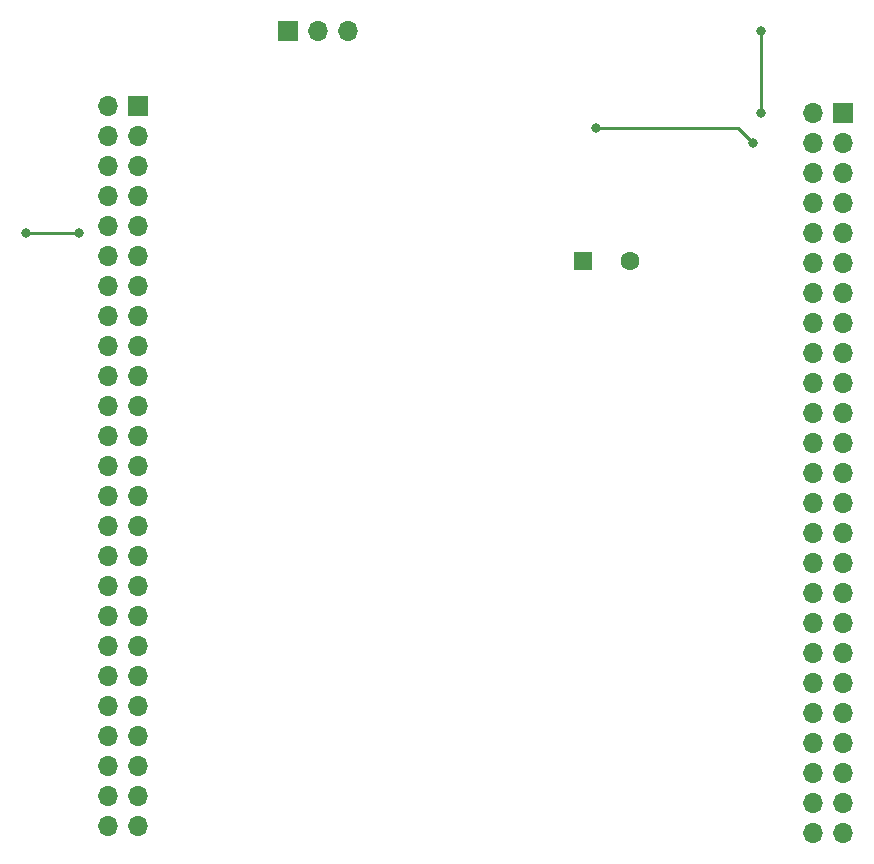
<source format=gbr>
%TF.GenerationSoftware,KiCad,Pcbnew,7.0.1*%
%TF.CreationDate,2023-05-31T13:14:41-06:00*%
%TF.ProjectId,Phase_D_STM_Shield,50686173-655f-4445-9f53-544d5f536869,rev?*%
%TF.SameCoordinates,Original*%
%TF.FileFunction,Copper,L2,Bot*%
%TF.FilePolarity,Positive*%
%FSLAX46Y46*%
G04 Gerber Fmt 4.6, Leading zero omitted, Abs format (unit mm)*
G04 Created by KiCad (PCBNEW 7.0.1) date 2023-05-31 13:14:41*
%MOMM*%
%LPD*%
G01*
G04 APERTURE LIST*
%TA.AperFunction,ComponentPad*%
%ADD10R,1.600000X1.600000*%
%TD*%
%TA.AperFunction,ComponentPad*%
%ADD11C,1.600000*%
%TD*%
%TA.AperFunction,ComponentPad*%
%ADD12R,1.700000X1.700000*%
%TD*%
%TA.AperFunction,ComponentPad*%
%ADD13O,1.700000X1.700000*%
%TD*%
%TA.AperFunction,ViaPad*%
%ADD14C,0.800000*%
%TD*%
%TA.AperFunction,Conductor*%
%ADD15C,0.250000*%
%TD*%
G04 APERTURE END LIST*
D10*
%TO.P,BZ1,1,-*%
%TO.N,BUZZER*%
X129745000Y-55065000D03*
D11*
%TO.P,BZ1,2,+*%
%TO.N,GND*%
X133745000Y-55065000D03*
%TD*%
D12*
%TO.P,MOTION_SENSOR1,1*%
%TO.N,N/C*%
X104775000Y-35560000D03*
D13*
%TO.P,MOTION_SENSOR1,2*%
X107315000Y-35560000D03*
%TO.P,MOTION_SENSOR1,3*%
X109855000Y-35560000D03*
%TD*%
D12*
%TO.P,J2,1,Pin_1*%
%TO.N,GND*%
X151765000Y-42545000D03*
D13*
%TO.P,J2,2,Pin_2*%
X149225000Y-42545000D03*
%TO.P,J2,3,Pin_3*%
%TO.N,+5V*%
X151765000Y-45085000D03*
%TO.P,J2,4,Pin_4*%
X149225000Y-45085000D03*
%TO.P,J2,5,Pin_5*%
%TO.N,+3V0*%
X151765000Y-47625000D03*
%TO.P,J2,6,Pin_6*%
X149225000Y-47625000D03*
%TO.P,J2,7,Pin_7*%
%TO.N,unconnected-(J2-Pin_7-Pad7)*%
X151765000Y-50165000D03*
%TO.P,J2,8,Pin_8*%
%TO.N,unconnected-(J2-Pin_8-Pad8)*%
X149225000Y-50165000D03*
%TO.P,J2,9,Pin_9*%
%TO.N,unconnected-(J2-Pin_9-Pad9)*%
X151765000Y-52705000D03*
%TO.P,J2,10,Pin_10*%
%TO.N,unconnected-(J2-Pin_10-Pad10)*%
X149225000Y-52705000D03*
%TO.P,J2,11,Pin_11*%
%TO.N,unconnected-(J2-Pin_11-Pad11)*%
X151765000Y-55245000D03*
%TO.P,J2,12,Pin_12*%
%TO.N,unconnected-(J2-Pin_12-Pad12)*%
X149225000Y-55245000D03*
%TO.P,J2,13,Pin_13*%
%TO.N,unconnected-(J2-Pin_13-Pad13)*%
X151765000Y-57785000D03*
%TO.P,J2,14,Pin_14*%
%TO.N,unconnected-(J2-Pin_14-Pad14)*%
X149225000Y-57785000D03*
%TO.P,J2,15,Pin_15*%
%TO.N,unconnected-(J2-Pin_15-Pad15)*%
X151765000Y-60325000D03*
%TO.P,J2,16,Pin_16*%
%TO.N,unconnected-(J2-Pin_16-Pad16)*%
X149225000Y-60325000D03*
%TO.P,J2,17,Pin_17*%
%TO.N,unconnected-(J2-Pin_17-Pad17)*%
X151765000Y-62865000D03*
%TO.P,J2,18,Pin_18*%
%TO.N,unconnected-(J2-Pin_18-Pad18)*%
X149225000Y-62865000D03*
%TO.P,J2,19,Pin_19*%
%TO.N,unconnected-(J2-Pin_19-Pad19)*%
X151765000Y-65405000D03*
%TO.P,J2,20,Pin_20*%
%TO.N,unconnected-(J2-Pin_20-Pad20)*%
X149225000Y-65405000D03*
%TO.P,J2,21,Pin_21*%
%TO.N,unconnected-(J2-Pin_21-Pad21)*%
X151765000Y-67945000D03*
%TO.P,J2,22,Pin_22*%
%TO.N,unconnected-(J2-Pin_22-Pad22)*%
X149225000Y-67945000D03*
%TO.P,J2,23,Pin_23*%
%TO.N,unconnected-(J2-Pin_23-Pad23)*%
X151765000Y-70485000D03*
%TO.P,J2,24,Pin_24*%
%TO.N,unconnected-(J2-Pin_24-Pad24)*%
X149225000Y-70485000D03*
%TO.P,J2,25,Pin_25*%
%TO.N,unconnected-(J2-Pin_25-Pad25)*%
X151765000Y-73025000D03*
%TO.P,J2,26,Pin_26*%
%TO.N,unconnected-(J2-Pin_26-Pad26)*%
X149225000Y-73025000D03*
%TO.P,J2,27,Pin_27*%
%TO.N,unconnected-(J2-Pin_27-Pad27)*%
X151765000Y-75565000D03*
%TO.P,J2,28,Pin_28*%
%TO.N,unconnected-(J2-Pin_28-Pad28)*%
X149225000Y-75565000D03*
%TO.P,J2,29,Pin_29*%
%TO.N,unconnected-(J2-Pin_29-Pad29)*%
X151765000Y-78105000D03*
%TO.P,J2,30,Pin_30*%
%TO.N,unconnected-(J2-Pin_30-Pad30)*%
X149225000Y-78105000D03*
%TO.P,J2,31,Pin_31*%
%TO.N,unconnected-(J2-Pin_31-Pad31)*%
X151765000Y-80645000D03*
%TO.P,J2,32,Pin_32*%
%TO.N,unconnected-(J2-Pin_32-Pad32)*%
X149225000Y-80645000D03*
%TO.P,J2,33,Pin_33*%
%TO.N,unconnected-(J2-Pin_33-Pad33)*%
X151765000Y-83185000D03*
%TO.P,J2,34,Pin_34*%
%TO.N,unconnected-(J2-Pin_34-Pad34)*%
X149225000Y-83185000D03*
%TO.P,J2,35,Pin_35*%
%TO.N,unconnected-(J2-Pin_35-Pad35)*%
X151765000Y-85725000D03*
%TO.P,J2,36,Pin_36*%
%TO.N,unconnected-(J2-Pin_36-Pad36)*%
X149225000Y-85725000D03*
%TO.P,J2,37,Pin_37*%
%TO.N,unconnected-(J2-Pin_37-Pad37)*%
X151765000Y-88265000D03*
%TO.P,J2,38,Pin_38*%
%TO.N,unconnected-(J2-Pin_38-Pad38)*%
X149225000Y-88265000D03*
%TO.P,J2,39,Pin_39*%
%TO.N,unconnected-(J2-Pin_39-Pad39)*%
X151765000Y-90805000D03*
%TO.P,J2,40,Pin_40*%
%TO.N,unconnected-(J2-Pin_40-Pad40)*%
X149225000Y-90805000D03*
%TO.P,J2,41,Pin_41*%
%TO.N,unconnected-(J2-Pin_41-Pad41)*%
X151765000Y-93345000D03*
%TO.P,J2,42,Pin_42*%
%TO.N,unconnected-(J2-Pin_42-Pad42)*%
X149225000Y-93345000D03*
%TO.P,J2,43,Pin_43*%
%TO.N,unconnected-(J2-Pin_43-Pad43)*%
X151765000Y-95885000D03*
%TO.P,J2,44,Pin_44*%
%TO.N,unconnected-(J2-Pin_44-Pad44)*%
X149225000Y-95885000D03*
%TO.P,J2,45,Pin_45*%
%TO.N,unconnected-(J2-Pin_45-Pad45)*%
X151765000Y-98425000D03*
%TO.P,J2,46,Pin_46*%
%TO.N,unconnected-(J2-Pin_46-Pad46)*%
X149225000Y-98425000D03*
%TO.P,J2,47,Pin_47*%
%TO.N,unconnected-(J2-Pin_47-Pad47)*%
X151765000Y-100965000D03*
%TO.P,J2,48,Pin_48*%
%TO.N,unconnected-(J2-Pin_48-Pad48)*%
X149225000Y-100965000D03*
%TO.P,J2,49,Pin_49*%
%TO.N,GND*%
X151765000Y-103505000D03*
%TO.P,J2,50,Pin_50*%
X149225000Y-103505000D03*
%TD*%
D12*
%TO.P,J1,1,Pin_1*%
%TO.N,GND*%
X92075000Y-41910000D03*
D13*
%TO.P,J1,2,Pin_2*%
X89535000Y-41910000D03*
%TO.P,J1,3,Pin_3*%
%TO.N,unconnected-(J1-Pin_3-Pad3)*%
X92075000Y-44450000D03*
%TO.P,J1,4,Pin_4*%
%TO.N,unconnected-(J1-Pin_4-Pad4)*%
X89535000Y-44450000D03*
%TO.P,J1,5,Pin_5*%
%TO.N,unconnected-(J1-Pin_5-Pad5)*%
X92075000Y-46990000D03*
%TO.P,J1,6,Pin_6*%
%TO.N,GND*%
X89535000Y-46990000D03*
%TO.P,J1,7,Pin_7*%
%TO.N,unconnected-(J1-Pin_7-Pad7)*%
X92075000Y-49530000D03*
%TO.P,J1,8,Pin_8*%
%TO.N,unconnected-(J1-Pin_8-Pad8)*%
X89535000Y-49530000D03*
%TO.P,J1,9,Pin_9*%
%TO.N,unconnected-(J1-Pin_9-Pad9)*%
X92075000Y-52070000D03*
%TO.P,J1,10,Pin_10*%
%TO.N,unconnected-(J1-Pin_10-Pad10)*%
X89535000Y-52070000D03*
%TO.P,J1,11,Pin_11*%
%TO.N,unconnected-(J1-Pin_11-Pad11)*%
X92075000Y-54610000D03*
%TO.P,J1,12,Pin_12*%
%TO.N,OUT*%
X89535000Y-54610000D03*
%TO.P,J1,13,Pin_13*%
%TO.N,unconnected-(J1-Pin_13-Pad13)*%
X92075000Y-57150000D03*
%TO.P,J1,14,Pin_14*%
%TO.N,unconnected-(J1-Pin_14-Pad14)*%
X89535000Y-57150000D03*
%TO.P,J1,15,Pin_15*%
%TO.N,unconnected-(J1-Pin_15-Pad15)*%
X92075000Y-59690000D03*
%TO.P,J1,16,Pin_16*%
%TO.N,unconnected-(J1-Pin_16-Pad16)*%
X89535000Y-59690000D03*
%TO.P,J1,17,Pin_17*%
%TO.N,unconnected-(J1-Pin_17-Pad17)*%
X92075000Y-62230000D03*
%TO.P,J1,18,Pin_18*%
%TO.N,unconnected-(J1-Pin_18-Pad18)*%
X89535000Y-62230000D03*
%TO.P,J1,19,Pin_19*%
%TO.N,unconnected-(J1-Pin_19-Pad19)*%
X92075000Y-64770000D03*
%TO.P,J1,20,Pin_20*%
%TO.N,unconnected-(J1-Pin_20-Pad20)*%
X89535000Y-64770000D03*
%TO.P,J1,21,Pin_21*%
%TO.N,unconnected-(J1-Pin_21-Pad21)*%
X92075000Y-67310000D03*
%TO.P,J1,22,Pin_22*%
%TO.N,unconnected-(J1-Pin_22-Pad22)*%
X89535000Y-67310000D03*
%TO.P,J1,23,Pin_23*%
%TO.N,unconnected-(J1-Pin_23-Pad23)*%
X92075000Y-69850000D03*
%TO.P,J1,24,Pin_24*%
%TO.N,GND*%
X89535000Y-69850000D03*
%TO.P,J1,25,Pin_25*%
%TO.N,unconnected-(J1-Pin_25-Pad25)*%
X92075000Y-72390000D03*
%TO.P,J1,26,Pin_26*%
%TO.N,unconnected-(J1-Pin_26-Pad26)*%
X89535000Y-72390000D03*
%TO.P,J1,27,Pin_27*%
%TO.N,unconnected-(J1-Pin_27-Pad27)*%
X92075000Y-74930000D03*
%TO.P,J1,28,Pin_28*%
%TO.N,BUZZER*%
X89535000Y-74930000D03*
%TO.P,J1,29,Pin_29*%
%TO.N,unconnected-(J1-Pin_29-Pad29)*%
X92075000Y-77470000D03*
%TO.P,J1,30,Pin_30*%
%TO.N,GREEN_LED*%
X89535000Y-77470000D03*
%TO.P,J1,31,Pin_31*%
%TO.N,unconnected-(J1-Pin_31-Pad31)*%
X92075000Y-80010000D03*
%TO.P,J1,32,Pin_32*%
%TO.N,unconnected-(J1-Pin_32-Pad32)*%
X89535000Y-80010000D03*
%TO.P,J1,33,Pin_33*%
%TO.N,unconnected-(J1-Pin_33-Pad33)*%
X92075000Y-82550000D03*
%TO.P,J1,34,Pin_34*%
%TO.N,unconnected-(J1-Pin_34-Pad34)*%
X89535000Y-82550000D03*
%TO.P,J1,35,Pin_35*%
%TO.N,unconnected-(J1-Pin_35-Pad35)*%
X92075000Y-85090000D03*
%TO.P,J1,36,Pin_36*%
%TO.N,unconnected-(J1-Pin_36-Pad36)*%
X89535000Y-85090000D03*
%TO.P,J1,37,Pin_37*%
%TO.N,unconnected-(J1-Pin_37-Pad37)*%
X92075000Y-87630000D03*
%TO.P,J1,38,Pin_38*%
%TO.N,unconnected-(J1-Pin_38-Pad38)*%
X89535000Y-87630000D03*
%TO.P,J1,39,Pin_39*%
%TO.N,unconnected-(J1-Pin_39-Pad39)*%
X92075000Y-90170000D03*
%TO.P,J1,40,Pin_40*%
%TO.N,unconnected-(J1-Pin_40-Pad40)*%
X89535000Y-90170000D03*
%TO.P,J1,41,Pin_41*%
%TO.N,unconnected-(J1-Pin_41-Pad41)*%
X92075000Y-92710000D03*
%TO.P,J1,42,Pin_42*%
%TO.N,unconnected-(J1-Pin_42-Pad42)*%
X89535000Y-92710000D03*
%TO.P,J1,43,Pin_43*%
%TO.N,unconnected-(J1-Pin_43-Pad43)*%
X92075000Y-95250000D03*
%TO.P,J1,44,Pin_44*%
%TO.N,unconnected-(J1-Pin_44-Pad44)*%
X89535000Y-95250000D03*
%TO.P,J1,45,Pin_45*%
%TO.N,unconnected-(J1-Pin_45-Pad45)*%
X92075000Y-97790000D03*
%TO.P,J1,46,Pin_46*%
%TO.N,unconnected-(J1-Pin_46-Pad46)*%
X89535000Y-97790000D03*
%TO.P,J1,47,Pin_47*%
%TO.N,unconnected-(J1-Pin_47-Pad47)*%
X92075000Y-100330000D03*
%TO.P,J1,48,Pin_48*%
%TO.N,unconnected-(J1-Pin_48-Pad48)*%
X89535000Y-100330000D03*
%TO.P,J1,49,Pin_49*%
%TO.N,GND*%
X92075000Y-102870000D03*
%TO.P,J1,50,Pin_50*%
X89535000Y-102870000D03*
%TD*%
D14*
%TO.N,*%
X82550000Y-52705000D03*
X87084500Y-52705000D03*
X144145000Y-45085000D03*
X130810000Y-43815000D03*
X144780000Y-42545000D03*
X144780000Y-35560000D03*
%TD*%
D15*
%TO.N,*%
X82550000Y-52705000D02*
X87084500Y-52705000D01*
X130810000Y-43815000D02*
X142875000Y-43815000D01*
X142875000Y-43815000D02*
X144145000Y-45085000D01*
X144780000Y-35560000D02*
X144780000Y-42545000D01*
%TD*%
M02*

</source>
